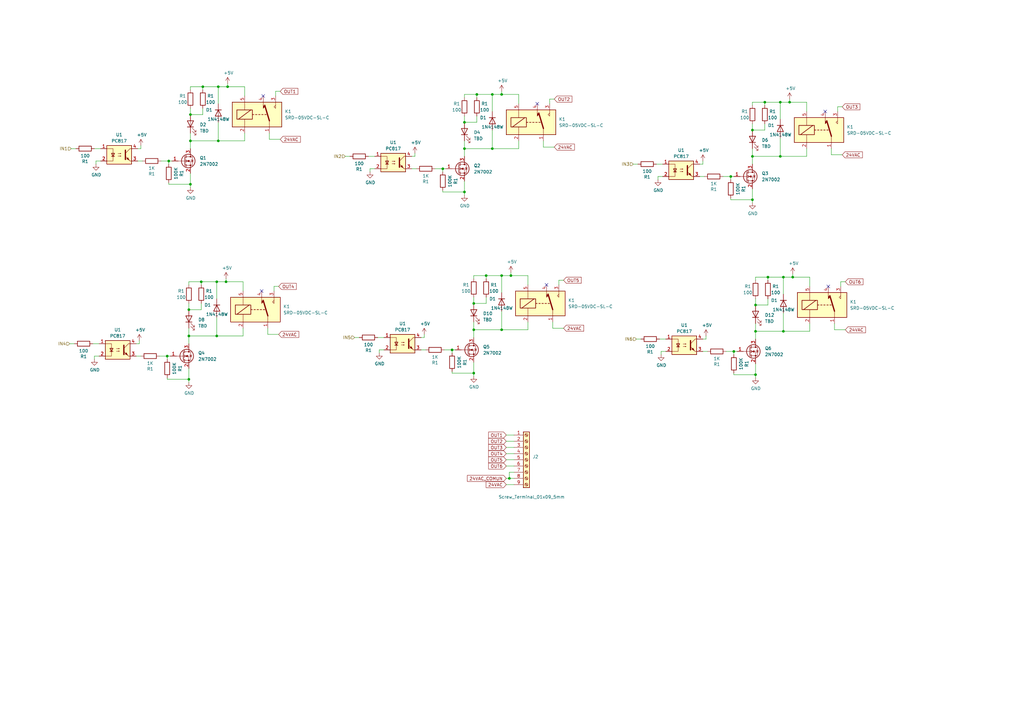
<source format=kicad_sch>
(kicad_sch (version 20230121) (generator eeschema)
  (paper "A3")
  (junction (at 190.5 60.96))
  (junction (at 77.47 127))
  (junction (at 77.47 137.795))
  (junction (at 323.85 41.91))
  (junction (at 299.72 72.39))
  (junction (at 314.96 113.665))
  (junction (at 194.31 135.255))
  (junction (at 181.61 69.215))
  (junction (at 320.04 64.135))
  (junction (at 88.9 137.795))
  (junction (at 320.04 41.91))
  (junction (at 201.93 60.96))
  (junction (at 309.88 125.095))
  (junction (at 78.105 75.565))
  (junction (at 209.55 113.03))
  (junction (at 92.71 115.57))
  (junction (at 88.9 115.57))
  (junction (at 321.31 113.665))
  (junction (at 89.535 35.56))
  (junction (at 83.185 35.56))
  (junction (at 300.99 144.145))
  (junction (at 309.88 153.67))
  (junction (at 78.105 46.99))
  (junction (at 208.915 196.215))
  (junction (at 68.58 146.05))
  (junction (at 308.61 53.34))
  (junction (at 205.74 135.255))
  (junction (at 308.61 64.135))
  (junction (at 309.88 135.89))
  (junction (at 325.12 113.665))
  (junction (at 93.345 35.56))
  (junction (at 69.215 66.04))
  (junction (at 321.31 135.89))
  (junction (at 190.5 50.165))
  (junction (at 205.74 113.03))
  (junction (at 205.74 38.735))
  (junction (at 308.61 81.915))
  (junction (at 195.58 38.735))
  (junction (at 194.31 153.035))
  (junction (at 190.5 78.74))
  (junction (at 201.93 38.735))
  (junction (at 194.31 124.46))
  (junction (at 78.105 57.785))
  (junction (at 185.42 143.51))
  (junction (at 77.47 155.575))
  (junction (at 82.55 115.57))
  (junction (at 89.535 57.785))
  (junction (at 313.69 41.91))
  (junction (at 199.39 113.03))
  (no_connect (at 107.95 39.37))
  (no_connect (at 220.345 42.545))
  (no_connect (at 339.725 117.475))
  (no_connect (at 224.155 116.84))
  (no_connect (at 338.455 45.72))
  (no_connect (at 107.315 119.38))
  (wire (pts (xy 297.815 144.145) (xy 300.99 144.145)))
  (wire (pts (xy 313.69 41.91) (xy 308.61 41.91)))
  (wire (pts (xy 93.345 34.29) (xy 93.345 35.56)))
  (wire (pts (xy 83.185 44.45) (xy 83.185 46.99)))
  (wire (pts (xy 207.645 178.435) (xy 210.82 178.435)))
  (wire (pts (xy 77.47 124.46) (xy 77.47 127)))
  (wire (pts (xy 323.85 41.91) (xy 330.835 41.91)))
  (wire (pts (xy 199.39 121.92) (xy 199.39 124.46)))
  (wire (pts (xy 342.265 135.255) (xy 346.71 135.255)))
  (wire (pts (xy 100.33 35.56) (xy 100.33 39.37)))
  (wire (pts (xy 195.58 38.735) (xy 195.58 40.005)))
  (wire (pts (xy 65.405 146.05) (xy 68.58 146.05)))
  (wire (pts (xy 28.575 140.97) (xy 30.48 140.97)))
  (wire (pts (xy 78.105 35.56) (xy 78.105 36.83)))
  (wire (pts (xy 195.58 47.625) (xy 195.58 50.165)))
  (wire (pts (xy 190.5 47.625) (xy 190.5 50.165)))
  (wire (pts (xy 56.515 66.04) (xy 58.42 66.04)))
  (wire (pts (xy 332.105 113.665) (xy 332.105 117.475)))
  (wire (pts (xy 207.645 183.515) (xy 210.82 183.515)))
  (wire (pts (xy 260.985 139.065) (xy 262.89 139.065)))
  (wire (pts (xy 314.96 113.665) (xy 309.88 113.665)))
  (wire (pts (xy 109.855 134.62) (xy 109.855 137.16)))
  (wire (pts (xy 141.605 64.135) (xy 143.51 64.135)))
  (wire (pts (xy 216.535 132.08) (xy 216.535 135.255)))
  (wire (pts (xy 29.21 60.96) (xy 31.115 60.96)))
  (wire (pts (xy 207.645 188.595) (xy 210.82 188.595)))
  (wire (pts (xy 229.235 114.935) (xy 231.14 114.935)))
  (wire (pts (xy 112.395 117.475) (xy 114.3 117.475)))
  (wire (pts (xy 340.995 63.5) (xy 345.44 63.5)))
  (wire (pts (xy 300.99 144.145) (xy 302.26 144.145)))
  (wire (pts (xy 77.47 155.575) (xy 77.47 156.845)))
  (wire (pts (xy 55.88 146.05) (xy 57.785 146.05)))
  (wire (pts (xy 320.04 64.135) (xy 320.04 56.515)))
  (wire (pts (xy 190.5 38.735) (xy 190.5 40.005)))
  (wire (pts (xy 212.725 38.735) (xy 212.725 42.545)))
  (wire (pts (xy 330.835 41.91) (xy 330.835 45.72)))
  (wire (pts (xy 314.96 125.095) (xy 309.88 125.095)))
  (wire (pts (xy 308.61 64.135) (xy 320.04 64.135)))
  (wire (pts (xy 269.875 72.39) (xy 269.875 73.66)))
  (wire (pts (xy 38.1 140.97) (xy 40.64 140.97)))
  (wire (pts (xy 321.31 135.89) (xy 321.31 128.27)))
  (wire (pts (xy 194.31 121.92) (xy 194.31 124.46)))
  (wire (pts (xy 77.47 115.57) (xy 77.47 116.84)))
  (wire (pts (xy 309.88 149.225) (xy 309.88 153.67)))
  (wire (pts (xy 93.345 35.56) (xy 100.33 35.56)))
  (wire (pts (xy 209.55 113.03) (xy 216.535 113.03)))
  (wire (pts (xy 288.29 144.145) (xy 290.195 144.145)))
  (wire (pts (xy 190.5 60.96) (xy 201.93 60.96)))
  (wire (pts (xy 195.58 50.165) (xy 190.5 50.165)))
  (wire (pts (xy 199.39 113.03) (xy 199.39 114.3)))
  (wire (pts (xy 57.15 140.97) (xy 57.15 139.7)))
  (wire (pts (xy 100.33 54.61) (xy 100.33 57.785)))
  (wire (pts (xy 83.185 46.99) (xy 78.105 46.99)))
  (wire (pts (xy 321.31 135.89) (xy 332.105 135.89)))
  (wire (pts (xy 77.47 137.795) (xy 77.47 140.97)))
  (wire (pts (xy 208.915 193.675) (xy 208.915 196.215)))
  (wire (pts (xy 41.275 66.04) (xy 39.37 66.04)))
  (wire (pts (xy 185.42 153.035) (xy 194.31 153.035)))
  (wire (pts (xy 78.105 54.61) (xy 78.105 57.785)))
  (wire (pts (xy 226.695 132.08) (xy 226.695 134.62)))
  (wire (pts (xy 145.415 138.43) (xy 147.32 138.43)))
  (wire (pts (xy 225.425 40.64) (xy 227.33 40.64)))
  (wire (pts (xy 288.29 139.065) (xy 289.56 139.065)))
  (wire (pts (xy 273.05 144.145) (xy 271.145 144.145)))
  (wire (pts (xy 313.69 41.91) (xy 313.69 43.18)))
  (wire (pts (xy 77.47 137.795) (xy 88.9 137.795)))
  (wire (pts (xy 222.885 60.325) (xy 227.33 60.325)))
  (wire (pts (xy 182.245 143.51) (xy 185.42 143.51)))
  (wire (pts (xy 82.55 127) (xy 77.47 127)))
  (wire (pts (xy 323.85 40.64) (xy 323.85 41.91)))
  (wire (pts (xy 57.785 60.96) (xy 57.785 59.69)))
  (wire (pts (xy 82.55 115.57) (xy 77.47 115.57)))
  (wire (pts (xy 205.74 37.465) (xy 205.74 38.735)))
  (wire (pts (xy 210.82 193.675) (xy 208.915 193.675)))
  (wire (pts (xy 309.88 132.715) (xy 309.88 135.89)))
  (wire (pts (xy 88.9 115.57) (xy 92.71 115.57)))
  (wire (pts (xy 201.93 38.735) (xy 195.58 38.735)))
  (wire (pts (xy 89.535 42.545) (xy 89.535 35.56)))
  (wire (pts (xy 222.885 57.785) (xy 222.885 60.325)))
  (wire (pts (xy 207.645 198.755) (xy 210.82 198.755)))
  (wire (pts (xy 170.18 64.135) (xy 170.18 62.865)))
  (wire (pts (xy 172.72 138.43) (xy 173.99 138.43)))
  (wire (pts (xy 320.04 41.91) (xy 313.69 41.91)))
  (wire (pts (xy 99.695 115.57) (xy 99.695 119.38)))
  (wire (pts (xy 88.9 115.57) (xy 82.55 115.57)))
  (wire (pts (xy 308.61 60.96) (xy 308.61 64.135)))
  (wire (pts (xy 68.58 146.05) (xy 69.85 146.05)))
  (wire (pts (xy 205.74 113.03) (xy 209.55 113.03)))
  (wire (pts (xy 299.72 81.915) (xy 308.61 81.915)))
  (wire (pts (xy 320.04 48.895) (xy 320.04 41.91)))
  (wire (pts (xy 201.93 60.96) (xy 212.725 60.96)))
  (wire (pts (xy 194.31 132.08) (xy 194.31 135.255)))
  (wire (pts (xy 195.58 38.735) (xy 190.5 38.735)))
  (wire (pts (xy 172.72 143.51) (xy 174.625 143.51)))
  (wire (pts (xy 300.99 145.415) (xy 300.99 144.145)))
  (wire (pts (xy 109.855 137.16) (xy 114.3 137.16)))
  (wire (pts (xy 181.61 78.74) (xy 190.5 78.74)))
  (wire (pts (xy 299.72 81.915) (xy 299.72 81.28)))
  (wire (pts (xy 207.645 186.055) (xy 210.82 186.055)))
  (wire (pts (xy 173.99 138.43) (xy 173.99 137.16)))
  (wire (pts (xy 205.74 113.03) (xy 199.39 113.03)))
  (wire (pts (xy 314.96 113.665) (xy 314.96 114.935)))
  (wire (pts (xy 287.02 72.39) (xy 288.925 72.39)))
  (wire (pts (xy 151.13 64.135) (xy 153.67 64.135)))
  (wire (pts (xy 151.765 69.215) (xy 151.765 70.485)))
  (wire (pts (xy 185.42 153.035) (xy 185.42 152.4)))
  (wire (pts (xy 308.61 41.91) (xy 308.61 43.18)))
  (wire (pts (xy 208.915 196.215) (xy 210.82 196.215)))
  (wire (pts (xy 309.88 122.555) (xy 309.88 125.095)))
  (wire (pts (xy 308.61 64.135) (xy 308.61 67.31)))
  (wire (pts (xy 190.5 60.96) (xy 190.5 64.135)))
  (wire (pts (xy 194.31 113.03) (xy 194.31 114.3)))
  (wire (pts (xy 344.805 115.57) (xy 346.71 115.57)))
  (wire (pts (xy 201.93 60.96) (xy 201.93 53.34)))
  (wire (pts (xy 89.535 35.56) (xy 83.185 35.56)))
  (wire (pts (xy 77.47 151.13) (xy 77.47 155.575)))
  (wire (pts (xy 344.805 117.475) (xy 344.805 115.57)))
  (wire (pts (xy 113.03 37.465) (xy 114.935 37.465)))
  (wire (pts (xy 185.42 143.51) (xy 186.69 143.51)))
  (wire (pts (xy 181.61 69.215) (xy 182.88 69.215)))
  (wire (pts (xy 68.58 155.575) (xy 77.47 155.575)))
  (wire (pts (xy 89.535 35.56) (xy 93.345 35.56)))
  (wire (pts (xy 181.61 70.485) (xy 181.61 69.215)))
  (wire (pts (xy 207.645 191.135) (xy 210.82 191.135)))
  (wire (pts (xy 205.74 135.255) (xy 216.535 135.255)))
  (wire (pts (xy 216.535 113.03) (xy 216.535 116.84)))
  (wire (pts (xy 168.91 69.215) (xy 170.815 69.215)))
  (wire (pts (xy 110.49 57.15) (xy 114.935 57.15)))
  (wire (pts (xy 205.74 135.255) (xy 205.74 127.635)))
  (wire (pts (xy 287.02 67.31) (xy 288.29 67.31)))
  (wire (pts (xy 299.72 72.39) (xy 300.99 72.39)))
  (wire (pts (xy 199.39 124.46) (xy 194.31 124.46)))
  (wire (pts (xy 320.04 64.135) (xy 330.835 64.135)))
  (wire (pts (xy 205.74 38.735) (xy 212.725 38.735)))
  (wire (pts (xy 155.575 143.51) (xy 155.575 144.78)))
  (wire (pts (xy 69.215 66.04) (xy 70.485 66.04)))
  (wire (pts (xy 69.215 75.565) (xy 78.105 75.565)))
  (wire (pts (xy 82.55 115.57) (xy 82.55 116.84)))
  (wire (pts (xy 309.88 113.665) (xy 309.88 114.935)))
  (wire (pts (xy 207.645 180.975) (xy 210.82 180.975)))
  (wire (pts (xy 38.735 146.05) (xy 38.735 147.32)))
  (wire (pts (xy 325.12 113.665) (xy 332.105 113.665)))
  (wire (pts (xy 69.215 75.565) (xy 69.215 74.93)))
  (wire (pts (xy 271.78 72.39) (xy 269.875 72.39)))
  (wire (pts (xy 296.545 72.39) (xy 299.72 72.39)))
  (wire (pts (xy 68.58 155.575) (xy 68.58 154.94)))
  (wire (pts (xy 157.48 143.51) (xy 155.575 143.51)))
  (wire (pts (xy 88.9 122.555) (xy 88.9 115.57)))
  (wire (pts (xy 207.645 196.215) (xy 208.915 196.215)))
  (wire (pts (xy 168.91 64.135) (xy 170.18 64.135)))
  (wire (pts (xy 38.735 60.96) (xy 41.275 60.96)))
  (wire (pts (xy 269.24 67.31) (xy 271.78 67.31)))
  (wire (pts (xy 194.31 148.59) (xy 194.31 153.035)))
  (wire (pts (xy 88.9 137.795) (xy 99.695 137.795)))
  (wire (pts (xy 185.42 144.78) (xy 185.42 143.51)))
  (wire (pts (xy 55.88 140.97) (xy 57.15 140.97)))
  (wire (pts (xy 66.04 66.04) (xy 69.215 66.04)))
  (wire (pts (xy 201.93 45.72) (xy 201.93 38.735)))
  (wire (pts (xy 299.72 73.66) (xy 299.72 72.39)))
  (wire (pts (xy 92.71 115.57) (xy 99.695 115.57)))
  (wire (pts (xy 309.88 153.67) (xy 309.88 154.94)))
  (wire (pts (xy 300.99 153.67) (xy 300.99 153.035)))
  (wire (pts (xy 77.47 134.62) (xy 77.47 137.795)))
  (wire (pts (xy 308.61 81.915) (xy 308.61 83.185)))
  (wire (pts (xy 225.425 42.545) (xy 225.425 40.64)))
  (wire (pts (xy 68.58 147.32) (xy 68.58 146.05)))
  (wire (pts (xy 194.31 135.255) (xy 194.31 138.43)))
  (wire (pts (xy 313.69 50.8) (xy 313.69 53.34)))
  (wire (pts (xy 212.725 57.785) (xy 212.725 60.96)))
  (wire (pts (xy 110.49 54.61) (xy 110.49 57.15)))
  (wire (pts (xy 88.9 137.795) (xy 88.9 130.175)))
  (wire (pts (xy 181.61 78.74) (xy 181.61 78.105)))
  (wire (pts (xy 78.105 44.45) (xy 78.105 46.99)))
  (wire (pts (xy 288.29 67.31) (xy 288.29 66.04)))
  (wire (pts (xy 320.04 41.91) (xy 323.85 41.91)))
  (wire (pts (xy 259.715 67.31) (xy 261.62 67.31)))
  (wire (pts (xy 270.51 139.065) (xy 273.05 139.065)))
  (wire (pts (xy 343.535 45.72) (xy 343.535 43.815)))
  (wire (pts (xy 99.695 134.62) (xy 99.695 137.795)))
  (wire (pts (xy 194.31 135.255) (xy 205.74 135.255)))
  (wire (pts (xy 83.185 35.56) (xy 83.185 36.83)))
  (wire (pts (xy 78.105 57.785) (xy 89.535 57.785)))
  (wire (pts (xy 82.55 124.46) (xy 82.55 127)))
  (wire (pts (xy 271.145 144.145) (xy 271.145 145.415)))
  (wire (pts (xy 83.185 35.56) (xy 78.105 35.56)))
  (wire (pts (xy 69.215 67.31) (xy 69.215 66.04)))
  (wire (pts (xy 321.31 113.665) (xy 325.12 113.665)))
  (wire (pts (xy 289.56 139.065) (xy 289.56 137.795)))
  (wire (pts (xy 332.105 132.715) (xy 332.105 135.89)))
  (wire (pts (xy 178.435 69.215) (xy 181.61 69.215)))
  (wire (pts (xy 153.67 69.215) (xy 151.765 69.215)))
  (wire (pts (xy 226.695 134.62) (xy 231.14 134.62)))
  (wire (pts (xy 89.535 57.785) (xy 89.535 50.165)))
  (wire (pts (xy 112.395 119.38) (xy 112.395 117.475)))
  (wire (pts (xy 201.93 38.735) (xy 205.74 38.735)))
  (wire (pts (xy 113.03 39.37) (xy 113.03 37.465)))
  (wire (pts (xy 209.55 111.76) (xy 209.55 113.03)))
  (wire (pts (xy 321.31 120.65) (xy 321.31 113.665)))
  (wire (pts (xy 194.31 153.035) (xy 194.31 154.305)))
  (wire (pts (xy 314.96 122.555) (xy 314.96 125.095)))
  (wire (pts (xy 330.835 60.96) (xy 330.835 64.135)))
  (wire (pts (xy 56.515 60.96) (xy 57.785 60.96)))
  (wire (pts (xy 78.105 57.785) (xy 78.105 60.96)))
  (wire (pts (xy 300.99 153.67) (xy 309.88 153.67)))
  (wire (pts (xy 199.39 113.03) (xy 194.31 113.03)))
  (wire (pts (xy 229.235 116.84) (xy 229.235 114.935)))
  (wire (pts (xy 343.535 43.815) (xy 345.44 43.815)))
  (wire (pts (xy 313.69 53.34) (xy 308.61 53.34)))
  (wire (pts (xy 39.37 66.04) (xy 39.37 67.31)))
  (wire (pts (xy 309.88 135.89) (xy 309.88 139.065)))
  (wire (pts (xy 190.5 57.785) (xy 190.5 60.96)))
  (wire (pts (xy 321.31 113.665) (xy 314.96 113.665)))
  (wire (pts (xy 190.5 74.295) (xy 190.5 78.74)))
  (wire (pts (xy 78.105 71.12) (xy 78.105 75.565)))
  (wire (pts (xy 92.71 114.3) (xy 92.71 115.57)))
  (wire (pts (xy 308.61 77.47) (xy 308.61 81.915)))
  (wire (pts (xy 308.61 50.8) (xy 308.61 53.34)))
  (wire (pts (xy 89.535 57.785) (xy 100.33 57.785)))
  (wire (pts (xy 205.74 120.015) (xy 205.74 113.03)))
  (wire (pts (xy 342.265 132.715) (xy 342.265 135.255)))
  (wire (pts (xy 309.88 135.89) (xy 321.31 135.89)))
  (wire (pts (xy 40.64 146.05) (xy 38.735 146.05)))
  (wire (pts (xy 325.12 112.395) (xy 325.12 113.665)))
  (wire (pts (xy 154.94 138.43) (xy 157.48 138.43)))
  (wire (pts (xy 190.5 78.74) (xy 190.5 80.01)))
  (wire (pts (xy 78.105 75.565) (xy 78.105 76.835)))
  (wire (pts (xy 340.995 60.96) (xy 340.995 63.5)))
  (global_label "24VAC" (shape input) (at 207.645 198.755 180) (property "Intersheetrefs" "${INTERSHEET_REFS}" (effects hide)))
  (global_label "OUT3" (shape input) (at 345.44 43.815 0) (property "Intersheetrefs" "${INTERSHEET_REFS}" (effects hide)))
  (global_label "24VAC" (shape input) (at 346.71 135.255 0) (property "Intersheetrefs" "${INTERSHEET_REFS}" (effects hide)))
  (global_label "OUT1" (shape input) (at 114.935 37.465 0) (property "Intersheetrefs" "${INTERSHEET_REFS}" (effects hide)))
  (global_label "OUT6" (shape input) (at 346.71 115.57 0) (property "Intersheetrefs" "${INTERSHEET_REFS}" (effects hide)))
  (global_label "24VAC" (shape input) (at 114.3 137.16 0) (property "Intersheetrefs" "${INTERSHEET_REFS}" (effects hide)))
  (global_label "OUT4" (shape input) (at 114.3 117.475 0) (property "Intersheetrefs" "${INTERSHEET_REFS}" (effects hide)))
  (global_label "OUT5" (shape input) (at 207.645 188.595 180) (property "Intersheetrefs" "${INTERSHEET_REFS}" (effects hide)))
  (global_label "OUT2" (shape input) (at 207.645 180.975 180) (property "Intersheetrefs" "${INTERSHEET_REFS}" (effects hide)))
  (global_label "OUT3" (shape input) (at 207.645 183.515 180) (property "Intersheetrefs" "${INTERSHEET_REFS}" (effects hide)))
  (global_label "24VAC" (shape input) (at 345.44 63.5 0) (property "Intersheetrefs" "${INTERSHEET_REFS}" (effects hide)))
  (global_label "24VAC_COMUN" (shape input) (at 207.645 196.215 180) (property "Intersheetrefs" "${INTERSHEET_REFS}" (effects hide)))
  (global_label "OUT2" (shape input) (at 227.33 40.64 0) (property "Intersheetrefs" "${INTERSHEET_REFS}" (effects hide)))
  (global_label "OUT6" (shape input) (at 207.645 191.135 180) (property "Intersheetrefs" "${INTERSHEET_REFS}" (effects hide)))
  (global_label "24VAC" (shape input) (at 114.935 57.15 0) (property "Intersheetrefs" "${INTERSHEET_REFS}" (effects hide)))
  (global_label "OUT4" (shape input) (at 207.645 186.055 180) (property "Intersheetrefs" "${INTERSHEET_REFS}" (effects hide)))
  (global_label "24VAC" (shape input) (at 231.14 134.62 0) (property "Intersheetrefs" "${INTERSHEET_REFS}" (effects hide)))
  (global_label "24VAC" (shape input) (at 227.33 60.325 0) (property "Intersheetrefs" "${INTERSHEET_REFS}" (effects hide)))
  (global_label "OUT1" (shape input) (at 207.645 178.435 180) (property "Intersheetrefs" "${INTERSHEET_REFS}" (effects hide)))
  (global_label "OUT5" (shape input) (at 231.14 114.935 0) (property "Intersheetrefs" "${INTERSHEET_REFS}" (effects hide)))
  (hierarchical_label "IN6" (shape input) (at 260.985 139.065 180))
  (hierarchical_label "IN5" (shape input) (at 145.415 138.43 180))
  (hierarchical_label "IN3" (shape input) (at 259.715 67.31 180))
  (hierarchical_label "IN2" (shape input) (at 141.605 64.135 180))
  (hierarchical_label "IN1" (shape input) (at 29.21 60.96 180))
  (hierarchical_label "IN4" (shape input) (at 28.575 140.97 180))
  (symbol (lib_id "Device:R") (at 308.61 46.99 0) (unit 1)
    (property "Reference" "R1" (at 305.435 45.72 0))
    (property "Value" "100" (at 305.435 48.26 0))
    (property "Footprint" "Resistor_SMD:R_0603_1608Metric" (effects hide))
    (property "MOUNTING_TECHNOLOGY" "SMD" (effects hide))
    (property "PACKAGE_TYPE" "0603" (effects hide))
    (property "Description" "RES 0 OHM JUMPER 1/10W 0603" (effects hide))
    (property "Manufacturer" "Stackpole Electronics Inc" (effects hide))
    (property "Mfg Part #" "RMCF0603ZT0R00" (effects hide))
    (instances (project "Nodo_Actuadores" (path "" (reference "R1") (unit 1)) (path "" (reference "R11") (unit 1))) (project "fuente" (path "" (reference "R124") (unit 1))))
  )
  (symbol (lib_id "power:GND") (at 308.61 83.185 0) (unit 1)
    (property "Reference" "#PWR05" (effects hide))
    (property "Value" "~" (at 308.737 87.5792 0))
    (instances (project "Nodo_Actuadores" (path "" (reference "#PWR05") (unit 1)) (path "" (reference "#PWR012") (unit 1))) (project "fuente" (path "" (reference "#PWR0123") (unit 1))))
  )
  (symbol (lib_id "Device:D") (at 205.74 123.825 270) (unit 1)
    (property "Reference" "D1" (at 200.66 122.555 90) (effects (justify left)))
    (property "Value" "1N4148W" (at 201.295 126.365 90) (effects (justify left)))
    (property "Footprint" "Diode_SMD:D_SOD-123" (effects hide))
    (property "Datasheet" "https://articulo.mercadolibre.com.ar/MLA-605300870-set-x-10-diodos-smd-1n4148w-bav16w-codigo-w1-t4-t6-a2-1n4148-_JM#position=6&search_layout=grid&type=item&tracking_id=11c61175-ee6e-4924-a715-e202d5289eef" (effects hide))
    (property "Sim.Device" "D" (effects hide))
    (property "Sim.Pins" "1=K 2=A" (effects hide))
    (instances (project "Nodo_Actuadores" (path "" (reference "D1") (unit 1)) (path "" (reference "D9") (unit 1))))
  )
  (symbol (lib_id "Transistor_FET:2N7002") (at 191.77 143.51 0) (unit 1)
    (property "Reference" "Q5" (at 198.12 142.24 0) (effects (justify left)))
    (property "Value" "2N7002" (at 198.12 144.78 0) (effects (justify left)))
    (property "Footprint" "Package_TO_SOT_SMD:SOT-23" (effects hide))
    (property "Datasheet" "https://www.onsemi.com/pub/Collateral/NDS7002A-D.PDF" (effects hide))
  )
  (symbol (lib_id "Transistor_FET:2N7002") (at 74.93 146.05 0) (unit 1)
    (property "Reference" "Q4" (at 81.28 144.78 0) (effects (justify left)))
    (property "Value" "2N7002" (at 81.28 147.32 0) (effects (justify left)))
    (property "Footprint" "Package_TO_SOT_SMD:SOT-23" (effects hide))
    (property "Datasheet" "https://www.onsemi.com/pub/Collateral/NDS7002A-D.PDF" (effects hide))
  )
  (symbol (lib_id "power:+5V") (at 57.785 59.69 0) (unit 1)
    (property "Reference" "#PWR04" (effects hide))
    (property "Value" "+5V" (at 58.166 55.2958 0))
    (instances (project "Nodo_Actuadores" (path "" (reference "#PWR04") (unit 1)) (path "" (reference "#PWR06") (unit 1))) (project "fuente" (path "" (reference "#PWR0121") (unit 1))))
  )
  (symbol (lib_id "power:+5V") (at 93.345 34.29 0) (unit 1)
    (property "Reference" "#PWR04" (effects hide))
    (property "Value" "+5V" (at 93.726 29.8958 0))
    (instances (project "Nodo_Actuadores" (path "" (reference "#PWR04") (unit 1)) (path "" (reference "#PWR04") (unit 1))) (project "fuente" (path "" (reference "#PWR0121") (unit 1))))
  )
  (symbol (lib_id "power:+5V") (at 170.18 62.865 0) (unit 1)
    (property "Reference" "#PWR04" (effects hide))
    (property "Value" "+5V" (at 170.561 58.4708 0))
    (instances (project "Nodo_Actuadores" (path "" (reference "#PWR04") (unit 1)) (path "" (reference "#PWR05") (unit 1))) (project "fuente" (path "" (reference "#PWR0121") (unit 1))))
  )
  (symbol (lib_id "power:+5V") (at 289.56 137.795 0) (unit 1)
    (property "Reference" "#PWR04" (effects hide))
    (property "Value" "+5V" (at 289.941 133.4008 0))
    (instances (project "Nodo_Actuadores" (path "" (reference "#PWR04") (unit 1)) (path "" (reference "#PWR022") (unit 1))) (project "fuente" (path "" (reference "#PWR0121") (unit 1))))
  )
  (symbol (lib_id "Device:R") (at 300.99 149.225 180) (unit 1)
    (property "Reference" "R1" (at 306.2478 149.225 90))
    (property "Value" "100K" (at 303.9364 149.225 90))
    (property "Footprint" "Resistor_SMD:R_0603_1608Metric" (effects hide))
    (property "MOUNTING_TECHNOLOGY" "SMD" (effects hide))
    (property "PACKAGE_TYPE" "0603" (effects hide))
    (property "Description" "RES 0 OHM JUMPER 1/10W 0603" (effects hide))
    (property "Manufacturer" "Stackpole Electronics Inc" (effects hide))
    (property "Mfg Part #" "RMCF0603ZT0R00" (effects hide))
    (instances (project "Nodo_Actuadores" (path "" (reference "R1") (unit 1)) (path "" (reference "R30") (unit 1))) (project "fuente" (path "" (reference "R124") (unit 1))))
  )
  (symbol (lib_id "Device:LED") (at 308.61 57.15 90) (unit 1)
    (property "Reference" "D6" (at 312.42 57.4675 90) (effects (justify right)))
    (property "Value" "TBD" (at 312.42 60.0075 90) (effects (justify right)))
    (property "Footprint" "LED_SMD:LED_0603_1608Metric_Pad1.05x0.95mm_HandSolder" (effects hide))
  )
  (symbol (lib_id "Device:R") (at 61.595 146.05 90) (unit 1)
    (property "Reference" "R1" (at 61.595 151.3078 90))
    (property "Value" "1K" (at 61.595 148.9964 90))
    (property "Footprint" "Resistor_SMD:R_0603_1608Metric" (effects hide))
    (property "MOUNTING_TECHNOLOGY" "SMD" (effects hide))
    (property "PACKAGE_TYPE" "0603" (effects hide))
    (property "Description" "RES 0 OHM JUMPER 1/10W 0603" (effects hide))
    (property "Manufacturer" "Stackpole Electronics Inc" (effects hide))
    (property "Mfg Part #" "RMCF0603ZT0R00" (effects hide))
    (instances (project "Nodo_Actuadores" (path "" (reference "R1") (unit 1)) (path "" (reference "R19") (unit 1))) (project "fuente" (path "" (reference "R124") (unit 1))))
  )
  (symbol (lib_id "Relay:SANYOU_SRD_Form_C") (at 104.775 127 0) (unit 1)
    (property "Reference" "K1" (at 116.205 125.73 0) (effects (justify left)))
    (property "Value" "SRD-05VDC-SL-C " (at 116.205 128.27 0) (effects (justify left)))
    (property "Footprint" "Relay_THT:Relay_SPDT_SANYOU_SRD_Series_Form_C" (effects hide))
    (property "Datasheet" "https://articulo.mercadolibre.com.ar/MLA-1372301239-10-unidades-relay-5v-10a-250v-srd-05vdc-sl-c-rele-srd05v-_JM#position=3&search_layout=grid&type=item&tracking_id=30e7feca-ff2d-4ffd-b478-2db97f58e77b" (effects hide))
    (instances (project "Nodo_Actuadores" (path "" (reference "K1") (unit 1)) (path "" (reference "K4") (unit 1))))
  )
  (symbol (lib_id "Device:R") (at 178.435 143.51 90) (unit 1)
    (property "Reference" "R1" (at 178.435 148.7678 90))
    (property "Value" "1K" (at 178.435 146.4564 90))
    (property "Footprint" "Resistor_SMD:R_0603_1608Metric" (effects hide))
    (property "MOUNTING_TECHNOLOGY" "SMD" (effects hide))
    (property "PACKAGE_TYPE" "0603" (effects hide))
    (property "Description" "RES 0 OHM JUMPER 1/10W 0603" (effects hide))
    (property "Manufacturer" "Stackpole Electronics Inc" (effects hide))
    (property "Mfg Part #" "RMCF0603ZT0R00" (effects hide))
    (instances (project "Nodo_Actuadores" (path "" (reference "R1") (unit 1)) (path "" (reference "R24") (unit 1))) (project "fuente" (path "" (reference "R124") (unit 1))))
  )
  (symbol (lib_id "Device:R") (at 294.005 144.145 90) (unit 1)
    (property "Reference" "R1" (at 294.005 149.4028 90))
    (property "Value" "1K" (at 294.005 147.0914 90))
    (property "Footprint" "Resistor_SMD:R_0603_1608Metric" (effects hide))
    (property "MOUNTING_TECHNOLOGY" "SMD" (effects hide))
    (property "PACKAGE_TYPE" "0603" (effects hide))
    (property "Description" "RES 0 OHM JUMPER 1/10W 0603" (effects hide))
    (property "Manufacturer" "Stackpole Electronics Inc" (effects hide))
    (property "Mfg Part #" "RMCF0603ZT0R00" (effects hide))
    (instances (project "Nodo_Actuadores" (path "" (reference "R1") (unit 1)) (path "" (reference "R29") (unit 1))) (project "fuente" (path "" (reference "R124") (unit 1))))
  )
  (symbol (lib_id "Transistor_FET:2N7002") (at 307.34 144.145 0) (unit 1)
    (property "Reference" "Q6" (at 313.69 142.875 0) (effects (justify left)))
    (property "Value" "2N7002" (at 313.69 145.415 0) (effects (justify left)))
    (property "Footprint" "Package_TO_SOT_SMD:SOT-23" (effects hide))
    (property "Datasheet" "https://www.onsemi.com/pub/Collateral/NDS7002A-D.PDF" (effects hide))
  )
  (symbol (lib_id "power:+5V") (at 92.71 114.3 0) (unit 1)
    (property "Reference" "#PWR04" (effects hide))
    (property "Value" "+5V" (at 93.091 109.9058 0))
    (instances (project "Nodo_Actuadores" (path "" (reference "#PWR04") (unit 1)) (path "" (reference "#PWR013") (unit 1))) (project "fuente" (path "" (reference "#PWR0121") (unit 1))))
  )
  (symbol (lib_id "Connector:Screw_Terminal_01x09") (at 215.9 188.595 0) (unit 1)
    (property "Reference" "J2" (at 218.44 187.325 0) (effects (justify left)))
    (property "Value" "Screw_Terminal_01x09_5mm" (at 204.47 203.835 0) (effects (justify left)))
    (property "Footprint" "TerminalBlock_Phoenix:TerminalBlock_Phoenix_MKDS-1,5-9_1x09_P5.00mm_Horizontal" (effects hide))
  )
  (symbol (lib_id "Relay:SANYOU_SRD_Form_C") (at 217.805 50.165 0) (unit 1)
    (property "Reference" "K1" (at 229.235 48.895 0) (effects (justify left)))
    (property "Value" "SRD-05VDC-SL-C " (at 229.235 51.435 0) (effects (justify left)))
    (property "Footprint" "Relay_THT:Relay_SPDT_SANYOU_SRD_Series_Form_C" (effects hide))
    (property "Datasheet" "https://articulo.mercadolibre.com.ar/MLA-1372301239-10-unidades-relay-5v-10a-250v-srd-05vdc-sl-c-rele-srd05v-_JM#position=3&search_layout=grid&type=item&tracking_id=30e7feca-ff2d-4ffd-b478-2db97f58e77b" (effects hide))
    (instances (project "Nodo_Actuadores" (path "" (reference "K1") (unit 1)) (path "" (reference "K2") (unit 1))))
  )
  (symbol (lib_id "Isolator:PC817") (at 165.1 140.97 0) (unit 1)
    (property "Reference" "U1" (at 165.1 132.715 0))
    (property "Value" "PC817" (at 165.1 135.255 0))
    (property "Footprint" "Package_DIP:DIP-4_W8.89mm_SMDSocket_LongPads" (effects hide))
    (property "Datasheet" "http://www.soselectronic.cz/a_info/resource/d/pc817.pdf" (effects hide))
    (instances (project "Nodo_Actuadores" (path "" (reference "U1") (unit 1)) (path "" (reference "U6") (unit 1))))
  )
  (symbol (lib_id "power:GND") (at 194.31 154.305 0) (unit 1)
    (property "Reference" "#PWR05" (effects hide))
    (property "Value" "~" (at 194.437 158.6992 0))
    (instances (project "Nodo_Actuadores" (path "" (reference "#PWR05") (unit 1)) (path "" (reference "#PWR020") (unit 1))) (project "fuente" (path "" (reference "#PWR0123") (unit 1))))
  )
  (symbol (lib_id "Device:R") (at 174.625 69.215 90) (unit 1)
    (property "Reference" "R1" (at 174.625 74.4728 90))
    (property "Value" "1K" (at 174.625 72.1614 90))
    (property "Footprint" "Resistor_SMD:R_0603_1608Metric" (effects hide))
    (property "MOUNTING_TECHNOLOGY" "SMD" (effects hide))
    (property "PACKAGE_TYPE" "0603" (effects hide))
    (property "Description" "RES 0 OHM JUMPER 1/10W 0603" (effects hide))
    (property "Manufacturer" "Stackpole Electronics Inc" (effects hide))
    (property "Mfg Part #" "RMCF0603ZT0R00" (effects hide))
    (instances (project "Nodo_Actuadores" (path "" (reference "R1") (unit 1)) (path "" (reference "R9") (unit 1))) (project "fuente" (path "" (reference "R124") (unit 1))))
  )
  (symbol (lib_id "Relay:SANYOU_SRD_Form_C") (at 337.185 125.095 0) (unit 1)
    (property "Reference" "K1" (at 348.615 123.825 0) (effects (justify left)))
    (property "Value" "SRD-05VDC-SL-C " (at 348.615 126.365 0) (effects (justify left)))
    (property "Footprint" "Relay_THT:Relay_SPDT_SANYOU_SRD_Series_Form_C" (effects hide))
    (property "Datasheet" "https://articulo.mercadolibre.com.ar/MLA-1372301239-10-unidades-relay-5v-10a-250v-srd-05vdc-sl-c-rele-srd05v-_JM#position=3&search_layout=grid&type=item&tracking_id=30e7feca-ff2d-4ffd-b478-2db97f58e77b" (effects hide))
    (instances (project "Nodo_Actuadores" (path "" (reference "K1") (unit 1)) (path "" (reference "K6") (unit 1))))
  )
  (symbol (lib_id "power:GND") (at 38.735 147.32 0) (unit 1)
    (property "Reference" "#PWR05" (effects hide))
    (property "Value" "~" (at 38.862 151.7142 0))
    (instances (project "Nodo_Actuadores" (path "" (reference "#PWR05") (unit 1)) (path "" (reference "#PWR015") (unit 1))) (project "fuente" (path "" (reference "#PWR0123") (unit 1))))
  )
  (symbol (lib_id "Device:D") (at 321.31 124.46 270) (unit 1)
    (property "Reference" "D1" (at 316.23 123.19 90) (effects (justify left)))
    (property "Value" "1N4148W" (at 316.865 127 90) (effects (justify left)))
    (property "Footprint" "Diode_SMD:D_SOD-123" (effects hide))
    (property "Datasheet" "https://articulo.mercadolibre.com.ar/MLA-605300870-set-x-10-diodos-smd-1n4148w-bav16w-codigo-w1-t4-t6-a2-1n4148-_JM#position=6&search_layout=grid&type=item&tracking_id=11c61175-ee6e-4924-a715-e202d5289eef" (effects hide))
    (property "Sim.Device" "D" (effects hide))
    (property "Sim.Pins" "1=K 2=A" (effects hide))
    (instances (project "Nodo_Actuadores" (path "" (reference "D1") (unit 1)) (path "" (reference "D11") (unit 1))))
  )
  (symbol (lib_id "power:GND") (at 151.765 70.485 0) (unit 1)
    (property "Reference" "#PWR05" (effects hide))
    (property "Value" "~" (at 151.892 74.8792 0))
    (instances (project "Nodo_Actuadores" (path "" (reference "#PWR05") (unit 1)) (path "" (reference "#PWR07") (unit 1))) (project "fuente" (path "" (reference "#PWR0123") (unit 1))))
  )
  (symbol (lib_id "Device:LED") (at 309.88 128.905 90) (unit 1)
    (property "Reference" "D12" (at 313.69 129.2225 90) (effects (justify right)))
    (property "Value" "TBD" (at 313.69 131.7625 90) (effects (justify right)))
    (property "Footprint" "LED_SMD:LED_0603_1608Metric_Pad1.05x0.95mm_HandSolder" (effects hide))
  )
  (symbol (lib_id "Device:LED") (at 190.5 53.975 90) (unit 1)
    (property "Reference" "D4" (at 194.31 54.2925 90) (effects (justify right)))
    (property "Value" "TBD" (at 194.31 56.8325 90) (effects (justify right)))
    (property "Footprint" "LED_SMD:LED_0603_1608Metric_Pad1.05x0.95mm_HandSolder" (effects hide))
  )
  (symbol (lib_id "Transistor_FET:2N7002") (at 306.07 72.39 0) (unit 1)
    (property "Reference" "Q3" (at 312.42 71.12 0) (effects (justify left)))
    (property "Value" "2N7002" (at 312.42 73.66 0) (effects (justify left)))
    (property "Footprint" "Package_TO_SOT_SMD:SOT-23" (effects hide))
    (property "Datasheet" "https://www.onsemi.com/pub/Collateral/NDS7002A-D.PDF" (effects hide))
  )
  (symbol (lib_id "Isolator:PC817") (at 161.29 66.675 0) (unit 1)
    (property "Reference" "U1" (at 161.29 58.42 0))
    (property "Value" "PC817" (at 161.29 60.96 0))
    (property "Footprint" "Package_DIP:DIP-4_W8.89mm_SMDSocket_LongPads" (effects hide))
    (property "Datasheet" "http://www.soselectronic.cz/a_info/resource/d/pc817.pdf" (effects hide))
    (instances (project "Nodo_Actuadores" (path "" (reference "U1") (unit 1)) (path "" (reference "U2") (unit 1))))
  )
  (symbol (lib_id "Device:R") (at 82.55 120.65 0) (unit 1)
    (property "Reference" "R1" (at 85.725 119.38 0))
    (property "Value" "100" (at 85.725 121.92 0))
    (property "Footprint" "Resistor_SMD:R_0603_1608Metric" (effects hide))
    (property "MOUNTING_TECHNOLOGY" "SMD" (effects hide))
    (property "PACKAGE_TYPE" "0603" (effects hide))
    (property "Description" "RES 0 OHM JUMPER 1/10W 0603" (effects hide))
    (property "Manufacturer" "Stackpole Electronics Inc" (effects hide))
    (property "Mfg Part #" "RMCF0603ZT0R00" (effects hide))
    (instances (project "Nodo_Actuadores" (path "" (reference "R1") (unit 1)) (path "" (reference "R17") (unit 1))) (project "fuente" (path "" (reference "R124") (unit 1))))
  )
  (symbol (lib_id "Isolator:PC817") (at 48.895 63.5 0) (unit 1)
    (property "Reference" "U1" (at 48.895 55.245 0))
    (property "Value" "PC817" (at 48.895 57.785 0))
    (property "Footprint" "Package_DIP:DIP-4_W8.89mm_SMDSocket_LongPads" (effects hide))
    (property "Datasheet" "http://www.soselectronic.cz/a_info/resource/d/pc817.pdf" (effects hide))
  )
  (symbol (lib_id "Device:R") (at 151.13 138.43 90) (unit 1)
    (property "Reference" "R1" (at 151.13 143.6878 90))
    (property "Value" "100" (at 151.13 141.3764 90))
    (property "Footprint" "Resistor_SMD:R_0603_1608Metric" (effects hide))
    (property "MOUNTING_TECHNOLOGY" "SMD" (effects hide))
    (property "PACKAGE_TYPE" "0603" (effects hide))
    (property "Description" "RES 0 OHM JUMPER 1/10W 0603" (effects hide))
    (property "Manufacturer" "Stackpole Electronics Inc" (effects hide))
    (property "Mfg Part #" "RMCF0603ZT0R00" (effects hide))
    (instances (project "Nodo_Actuadores" (path "" (reference "R1") (unit 1)) (path "" (reference "R23") (unit 1))) (project "fuente" (path "" (reference "R124") (unit 1))))
  )
  (symbol (lib_id "Device:LED") (at 77.47 130.81 90) (unit 1)
    (property "Reference" "D8" (at 81.28 131.1275 90) (effects (justify right)))
    (property "Value" "TBD" (at 81.28 133.6675 90) (effects (justify right)))
    (property "Footprint" "LED_SMD:LED_0603_1608Metric_Pad1.05x0.95mm_HandSolder" (effects hide))
  )
  (symbol (lib_id "Device:D") (at 89.535 46.355 270) (unit 1)
    (property "Reference" "D1" (at 84.455 45.085 90) (effects (justify left)))
    (property "Value" "1N4148W" (at 85.09 48.895 90) (effects (justify left)))
    (property "Footprint" "Diode_SMD:D_SOD-123" (effects hide))
    (property "Datasheet" "https://articulo.mercadolibre.com.ar/MLA-605300870-set-x-10-diodos-smd-1n4148w-bav16w-codigo-w1-t4-t6-a2-1n4148-_JM#position=6&search_layout=grid&type=item&tracking_id=11c61175-ee6e-4924-a715-e202d5289eef" (effects hide))
    (property "Sim.Device" "D" (effects hide))
    (property "Sim.Pins" "1=K 2=A" (effects hide))
  )
  (symbol (lib_id "Device:D") (at 88.9 126.365 270) (unit 1)
    (property "Reference" "D1" (at 83.82 125.095 90) (effects (justify left)))
    (property "Value" "1N4148W" (at 84.455 128.905 90) (effects (justify left)))
    (property "Footprint" "Diode_SMD:D_SOD-123" (effects hide))
    (property "Datasheet" "https://articulo.mercadolibre.com.ar/MLA-605300870-set-x-10-diodos-smd-1n4148w-bav16w-codigo-w1-t4-t6-a2-1n4148-_JM#position=6&search_layout=grid&type=item&tracking_id=11c61175-ee6e-4924-a715-e202d5289eef" (effects hide))
    (property "Sim.Device" "D" (effects hide))
    (property "Sim.Pins" "1=K 2=A" (effects hide))
    (instances (project "Nodo_Actuadores" (path "" (reference "D1") (unit 1)) (path "" (reference "D7") (unit 1))))
  )
  (symbol (lib_id "Isolator:PC817") (at 48.26 143.51 0) (unit 1)
    (property "Reference" "U1" (at 48.26 135.255 0))
    (property "Value" "PC817" (at 48.26 137.795 0))
    (property "Footprint" "Package_DIP:DIP-4_W8.89mm_SMDSocket_LongPads" (effects hide))
    (property "Datasheet" "http://www.soselectronic.cz/a_info/resource/d/pc817.pdf" (effects hide))
    (instances (project "Nodo_Actuadores" (path "" (reference "U1") (unit 1)) (path "" (reference "U5") (unit 1))))
  )
  (symbol (lib_id "Device:D") (at 201.93 49.53 270) (unit 1)
    (property "Reference" "D1" (at 196.85 48.26 90) (effects (justify left)))
    (property "Value" "1N4148W" (at 197.485 52.07 90) (effects (justify left)))
    (property "Footprint" "Diode_SMD:D_SOD-123" (effects hide))
    (property "Datasheet" "https://articulo.mercadolibre.com.ar/MLA-605300870-set-x-10-diodos-smd-1n4148w-bav16w-codigo-w1-t4-t6-a2-1n4148-_JM#position=6&search_layout=grid&type=item&tracking_id=11c61175-ee6e-4924-a715-e202d5289eef" (effects hide))
    (property "Sim.Device" "D" (effects hide))
    (property "Sim.Pins" "1=K 2=A" (effects hide))
    (instances (project "Nodo_Actuadores" (path "" (reference "D1") (unit 1)) (path "" (reference "D3") (unit 1))))
  )
  (symbol (lib_id "Device:R") (at 190.5 43.815 0) (unit 1)
    (property "Reference" "R1" (at 187.325 42.545 0))
    (property "Value" "100" (at 187.325 45.085 0))
    (property "Footprint" "Resistor_SMD:R_0603_1608Metric" (effects hide))
    (property "MOUNTING_TECHNOLOGY" "SMD" (effects hide))
    (property "PACKAGE_TYPE" "0603" (effects hide))
    (property "Description" "RES 0 OHM JUMPER 1/10W 0603" (effects hide))
    (property "Manufacturer" "Stackpole Electronics Inc" (effects hide))
    (property "Mfg Part #" "RMCF0603ZT0R00" (effects hide))
    (instances (project "Nodo_Actuadores" (path "" (reference "R1") (unit 1)) (path "" (reference "R6") (unit 1))) (project "fuente" (path "" (reference "R124") (unit 1))))
  )
  (symbol (lib_id "power:GND") (at 309.88 154.94 0) (unit 1)
    (property "Reference" "#PWR05" (effects hide))
    (property "Value" "~" (at 310.007 159.3342 0))
    (instances (project "Nodo_Actuadores" (path "" (reference "#PWR05") (unit 1)) (path "" (reference "#PWR024") (unit 1))) (project "fuente" (path "" (reference "#PWR0123") (unit 1))))
  )
  (symbol (lib_id "Device:LED") (at 78.105 50.8 90) (unit 1)
    (property "Reference" "D2" (at 81.915 51.1175 90) (effects (justify right)))
    (property "Value" "TBD" (at 81.915 53.6575 90) (effects (justify right)))
    (property "Footprint" "LED_SMD:LED_0603_1608Metric_Pad1.05x0.95mm_HandSolder" (effects hide))
  )
  (symbol (lib_id "power:GND") (at 271.145 145.415 0) (unit 1)
    (property "Reference" "#PWR05" (effects hide))
    (property "Value" "~" (at 271.272 149.8092 0))
    (instances (project "Nodo_Actuadores" (path "" (reference "#PWR05") (unit 1)) (path "" (reference "#PWR023") (unit 1))) (project "fuente" (path "" (reference "#PWR0123") (unit 1))))
  )
  (symbol (lib_id "Device:R") (at 69.215 71.12 180) (unit 1)
    (property "Reference" "R1" (at 74.4728 71.12 90))
    (property "Value" "100K" (at 72.1614 71.12 90))
    (property "Footprint" "Resistor_SMD:R_0603_1608Metric" (effects hide))
    (property "MOUNTING_TECHNOLOGY" "SMD" (effects hide))
    (property "PACKAGE_TYPE" "0603" (effects hide))
    (property "Description" "RES 0 OHM JUMPER 1/10W 0603" (effects hide))
    (property "Manufacturer" "Stackpole Electronics Inc" (effects hide))
    (property "Mfg Part #" "RMCF0603ZT0R00" (effects hide))
    (instances (project "Nodo_Actuadores" (path "" (reference "R1") (unit 1)) (path "" (reference "R3") (unit 1))) (project "fuente" (path "" (reference "R124") (unit 1))))
  )
  (symbol (lib_id "Device:R") (at 199.39 118.11 0) (unit 1)
    (property "Reference" "R1" (at 202.565 116.84 0))
    (property "Value" "100" (at 202.565 119.38 0))
    (property "Footprint" "Resistor_SMD:R_0603_1608Metric" (effects hide))
    (property "MOUNTING_TECHNOLOGY" "SMD" (effects hide))
    (property "PACKAGE_TYPE" "0603" (effects hide))
    (property "Description" "RES 0 OHM JUMPER 1/10W 0603" (effects hide))
    (property "Manufacturer" "Stackpole Electronics Inc" (effects hide))
    (property "Mfg Part #" "RMCF0603ZT0R00" (effects hide))
    (instances (project "Nodo_Actuadores" (path "" (reference "R1") (unit 1)) (path "" (reference "R22") (unit 1))) (project "fuente" (path "" (reference "R124") (unit 1))))
  )
  (symbol (lib_id "Isolator:PC817") (at 280.67 141.605 0) (unit 1)
    (property "Reference" "U1" (at 280.67 133.35 0))
    (property "Value" "PC817" (at 280.67 135.89 0))
    (property "Footprint" "Package_DIP:DIP-4_W8.89mm_SMDSocket_LongPads" (effects hide))
    (property "Datasheet" "http://www.soselectronic.cz/a_info/resource/d/pc817.pdf" (effects hide))
    (instances (project "Nodo_Actuadores" (path "" (reference "U1") (unit 1)) (path "" (reference "U7") (unit 1))))
  )
  (symbol (lib_id "Device:R") (at 299.72 77.47 180) (unit 1)
    (property "Reference" "R1" (at 304.9778 77.47 90))
    (property "Value" "100K" (at 302.6664 77.47 90))
    (property "Footprint" "Resistor_SMD:R_0603_1608Metric" (effects hide))
    (property "MOUNTING_TECHNOLOGY" "SMD" (effects hide))
    (property "PACKAGE_TYPE" "0603" (effects hide))
    (property "Description" "RES 0 OHM JUMPER 1/10W 0603" (effects hide))
    (property "Manufacturer" "Stackpole Electronics Inc" (effects hide))
    (property "Mfg Part #" "RMCF0603ZT0R00" (effects hide))
    (instances (project "Nodo_Actuadores" (path "" (reference "R1") (unit 1)) (path "" (reference "R15") (unit 1))) (project "fuente" (path "" (reference "R124") (unit 1))))
  )
  (symbol (lib_id "Device:R") (at 265.43 67.31 90) (unit 1)
    (property "Reference" "R1" (at 265.43 72.5678 90))
    (property "Value" "100" (at 265.43 70.2564 90))
    (property "Footprint" "Resistor_SMD:R_0603_1608Metric" (effects hide))
    (property "MOUNTING_TECHNOLOGY" "SMD" (effects hide))
    (property "PACKAGE_TYPE" "0603" (effects hide))
    (property "Description" "RES 0 OHM JUMPER 1/10W 0603" (effects hide))
    (property "Manufacturer" "Stackpole Electronics Inc" (effects hide))
    (property "Mfg Part #" "RMCF0603ZT0R00" (effects hide))
    (instances (project "Nodo_Actuadores" (path "" (reference "R1") (unit 1)) (path "" (reference "R13") (unit 1))) (project "fuente" (path "" (reference "R124") (unit 1))))
  )
  (symbol (lib_id "power:+5V") (at 323.85 40.64 0) (unit 1)
    (property "Reference" "#PWR04" (effects hide))
    (property "Value" "+5V" (at 324.231 36.2458 0))
    (instances (project "Nodo_Actuadores" (path "" (reference "#PWR04") (unit 1)) (path "" (reference "#PWR09") (unit 1))) (project "fuente" (path "" (reference "#PWR0121") (unit 1))))
  )
  (symbol (lib_id "Device:R") (at 34.925 60.96 90) (unit 1)
    (property "Reference" "R1" (at 34.925 66.2178 90))
    (property "Value" "100" (at 34.925 63.9064 90))
    (property "Footprint" "Resistor_SMD:R_0603_1608Metric" (effects hide))
    (property "MOUNTING_TECHNOLOGY" "SMD" (effects hide))
    (property "PACKAGE_TYPE" "0603" (effects hide))
    (property "Description" "RES 0 OHM JUMPER 1/10W 0603" (effects hide))
    (property "Manufacturer" "Stackpole Electronics Inc" (effects hide))
    (property "Mfg Part #" "RMCF0603ZT0R00" (effects hide))
    (instances (project "Nodo_Actuadores" (path "" (reference "R1") (unit 1)) (path "" (reference "R4") (unit 1))) (project "fuente" (path "" (reference "R124") (unit 1))))
  )
  (symbol (lib_id "power:GND") (at 77.47 156.845 0) (unit 1)
    (property "Reference" "#PWR05" (effects hide))
    (property "Value" "~" (at 77.597 161.2392 0))
    (instances (project "Nodo_Actuadores" (path "" (reference "#PWR05") (unit 1)) (path "" (reference "#PWR016") (unit 1))) (project "fuente" (path "" (reference "#PWR0123") (unit 1))))
  )
  (symbol (lib_id "power:GND") (at 269.875 73.66 0) (unit 1)
    (property "Reference" "#PWR05" (effects hide))
    (property "Value" "~" (at 270.002 78.0542 0))
    (instances (project "Nodo_Actuadores" (path "" (reference "#PWR05") (unit 1)) (path "" (reference "#PWR011") (unit 1))) (project "fuente" (path "" (reference "#PWR0123") (unit 1))))
  )
  (symbol (lib_id "power:+5V") (at 288.29 66.04 0) (unit 1)
    (property "Reference" "#PWR04" (effects hide))
    (property "Value" "+5V" (at 288.671 61.6458 0))
    (instances (project "Nodo_Actuadores" (path "" (reference "#PWR04") (unit 1)) (path "" (reference "#PWR010") (unit 1))) (project "fuente" (path "" (reference "#PWR0121") (unit 1))))
  )
  (symbol (lib_id "Device:R") (at 313.69 46.99 0) (unit 1)
    (property "Reference" "R1" (at 316.865 45.72 0))
    (property "Value" "100" (at 316.865 48.26 0))
    (property "Footprint" "Resistor_SMD:R_0603_1608Metric" (effects hide))
    (property "MOUNTING_TECHNOLOGY" "SMD" (effects hide))
    (property "PACKAGE_TYPE" "0603" (effects hide))
    (property "Description" "RES 0 OHM JUMPER 1/10W 0603" (effects hide))
    (property "Manufacturer" "Stackpole Electronics Inc" (effects hide))
    (property "Mfg Part #" "RMCF0603ZT0R00" (effects hide))
    (instances (project "Nodo_Actuadores" (path "" (reference "R1") (unit 1)) (path "" (reference "R12") (unit 1))) (project "fuente" (path "" (reference "R124") (unit 1))))
  )
  (symbol (lib_id "power:GND") (at 155.575 144.78 0) (unit 1)
    (property "Reference" "#PWR05" (effects hide))
    (property "Value" "~" (at 155.702 149.1742 0))
    (instances (project "Nodo_Actuadores" (path "" (reference "#PWR05") (unit 1)) (path "" (reference "#PWR019") (unit 1))) (project "fuente" (path "" (reference "#PWR0123") (unit 1))))
  )
  (symbol (lib_id "Isolator:PC817") (at 279.4 69.85 0) (unit 1)
    (property "Reference" "U1" (at 279.4 61.595 0))
    (property "Value" "PC817" (at 279.4 64.135 0))
    (property "Footprint" "Package_DIP:DIP-4_W8.89mm_SMDSocket_LongPads" (effects hide))
    (property "Datasheet" "http://www.soselectronic.cz/a_info/resource/d/pc817.pdf" (effects hide))
    (instances (project "Nodo_Actuadores" (path "" (reference "U1") (unit 1)) (path "" (reference "U4") (unit 1))))
  )
  (symbol (lib_id "power:GND") (at 78.105 76.835 0) (unit 1)
    (property "Reference" "#PWR05" (effects hide))
    (property "Value" "~" (at 78.232 81.2292 0))
    (instances (project "Nodo_Actuadores" (path "" (reference "#PWR05") (unit 1)) (path "" (reference "#PWR02") (unit 1))) (project "fuente" (path "" (reference "#PWR0123") (unit 1))))
  )
  (symbol (lib_id "power:GND") (at 39.37 67.31 0) (unit 1)
    (property "Reference" "#PWR05" (effects hide))
    (property "Value" "~" (at 39.497 71.7042 0))
    (instances (project "Nodo_Actuadores" (path "" (reference "#PWR05") (unit 1)) (path "" (reference "#PWR01") (unit 1))) (project "fuente" (path "" (reference "#PWR0123") (unit 1))))
  )
  (symbol (lib_id "power:+5V") (at 57.15 139.7 0) (unit 1)
    (property "Reference" "#PWR04" (effects hide))
    (property "Value" "+5V" (at 57.531 135.3058 0))
    (instances (project "Nodo_Actuadores" (path "" (reference "#PWR04") (unit 1)) (path "" (reference "#PWR014") (unit 1))) (project "fuente" (path "" (reference "#PWR0121") (unit 1))))
  )
  (symbol (lib_id "Transistor_FET:2N7002") (at 75.565 66.04 0) (unit 1)
    (property "Reference" "Q1" (at 81.915 64.77 0) (effects (justify left)))
    (property "Value" "2N7002" (at 81.915 67.31 0) (effects (justify left)))
    (property "Footprint" "Package_TO_SOT_SMD:SOT-23" (effects hide))
    (property "Datasheet" "https://www.onsemi.com/pub/Collateral/NDS7002A-D.PDF" (effects hide))
  )
  (symbol (lib_id "Relay:SANYOU_SRD_Form_C") (at 105.41 46.99 0) (unit 1)
    (property "Reference" "K1" (at 116.84 45.72 0) (effects (justify left)))
    (property "Value" "SRD-05VDC-SL-C " (at 116.84 48.26 0) (effects (justify left)))
    (property "Footprint" "Relay_THT:Relay_SPDT_SANYOU_SRD_Series_Form_C" (effects hide))
    (property "Datasheet" "https://articulo.mercadolibre.com.ar/MLA-1372301239-10-unidades-relay-5v-10a-250v-srd-05vdc-sl-c-rele-srd05v-_JM#position=3&search_layout=grid&type=item&tracking_id=30e7feca-ff2d-4ffd-b478-2db97f58e77b" (effects hide))
  )
  (symbol (lib_id "power:+5V") (at 325.12 112.395 0) (unit 1)
    (property "Reference" "#PWR04" (effects hide))
    (property "Value" "+5V" (at 325.501 108.0008 0))
    (instances (project "Nodo_Actuadores" (path "" (reference "#PWR04") (unit 1)) (path "" (reference "#PWR021") (unit 1))) (project "fuente" (path "" (reference "#PWR0121") (unit 1))))
  )
  (symbol (lib_id "Transistor_FET:2N7002") (at 187.96 69.215 0) (unit 1)
    (property "Reference" "Q2" (at 194.31 67.945 0) (effects (justify left)))
    (property "Value" "2N7002" (at 194.31 70.485 0) (effects (justify left)))
    (property "Footprint" "Package_TO_SOT_SMD:SOT-23" (effects hide))
    (property "Datasheet" "https://www.onsemi.com/pub/Collateral/NDS7002A-D.PDF" (effects hide))
  )
  (symbol (lib_id "Device:R") (at 78.105 40.64 0) (unit 1)
    (property "Reference" "R1" (at 74.93 39.37 0))
    (property "Value" "100" (at 74.93 41.91 0))
    (property "Footprint" "Resistor_SMD:R_0603_1608Metric" (effects hide))
    (property "MOUNTING_TECHNOLOGY" "SMD" (effects hide))
    (property "PACKAGE_TYPE" "0603" (effects hide))
    (property "Description" "RES 0 OHM JUMPER 1/10W 0603" (effects hide))
    (property "Manufacturer" "Stackpole Electronics Inc" (effects hide))
    (property "Mfg Part #" "RMCF0603ZT0R00" (effects hide))
    (instances (project "Nodo_Actuadores" (path "" (reference "R1") (unit 1)) (path "" (reference "R2") (unit 1))) (project "fuente" (path "" (reference "R124") (unit 1))))
  )
  (symbol (lib_id "Device:R") (at 147.32 64.135 90) (unit 1)
    (property "Reference" "R1" (at 147.32 69.3928 90))
    (property "Value" "100" (at 147.32 67.0814 90))
    (property "Footprint" "Resistor_SMD:R_0603_1608Metric" (effects hide))
    (property "MOUNTING_TECHNOLOGY" "SMD" (effects hide))
    (property "PACKAGE_TYPE" "0603" (effects hide))
    (property "Description" "RES 0 OHM JUMPER 1/10W 0603" (effects hide))
    (property "Manufacturer" "Stackpole Electronics Inc" (effects hide))
    (property "Mfg Part #" "RMCF0603ZT0R00" (effects hide))
    (instances (project "Nodo_Actuadores" (path "" (reference "R1") (unit 1)) (path "" (reference "R8") (unit 1))) (project "fuente" (path "" (reference "R124") (unit 1))))
  )
  (symbol (lib_id "Device:R") (at 195.58 43.815 0) (unit 1)
    (property "Reference" "R1" (at 198.755 42.545 0))
    (property "Value" "100" (at 198.755 45.085 0))
    (property "Footprint" "Resistor_SMD:R_0603_1608Metric" (effects hide))
    (property "MOUNTING_TECHNOLOGY" "SMD" (effects hide))
    (property "PACKAGE_TYPE" "0603" (effects hide))
    (property "Description" "RES 0 OHM JUMPER 1/10W 0603" (effects hide))
    (property "Manufacturer" "Stackpole Electronics Inc" (effects hide))
    (property "Mfg Part #" "RMCF0603ZT0R00" (effects hide))
    (instances (project "Nodo_Actuadores" (path "" (reference "R1") (unit 1)) (path "" (reference "R7") (unit 1))) (project "fuente" (path "" (reference "R124") (unit 1))))
  )
  (symbol (lib_id "Device:R") (at 314.96 118.745 0) (unit 1)
    (property "Reference" "R1" (at 318.135 117.475 0))
    (property "Value" "100" (at 318.135 120.015 0))
    (property "Footprint" "Resistor_SMD:R_0603_1608Metric" (effects hide))
    (property "MOUNTING_TECHNOLOGY" "SMD" (effects hide))
    (property "PACKAGE_TYPE" "0603" (effects hide))
    (property "Description" "RES 0 OHM JUMPER 1/10W 0603" (effects hide))
    (property "Manufacturer" "Stackpole Electronics Inc" (effects hide))
    (property "Mfg Part #" "RMCF0603ZT0R00" (effects hide))
    (instances (project "Nodo_Actuadores" (path "" (reference "R1") (unit 1)) (path "" (reference "R27") (unit 1))) (project "fuente" (path "" (reference "R124") (unit 1))))
  )
  (symbol (lib_id "Device:LED") (at 194.31 128.27 90) (unit 1)
    (property "Reference" "D10" (at 198.12 128.5875 90) (effects (justify right)))
    (property "Value" "TBD" (at 198.12 131.1275 90) (effects (justify right)))
    (property "Footprint" "LED_SMD:LED_0603_1608Metric_Pad1.05x0.95mm_HandSolder" (effects hide))
  )
  (symbol (lib_id "Device:R") (at 185.42 148.59 180) (unit 1)
    (property "Reference" "R1" (at 190.6778 148.59 90))
    (property "Value" "100K" (at 188.3664 148.59 90))
    (property "Footprint" "Resistor_SMD:R_0603_1608Metric" (effects hide))
    (property "MOUNTING_TECHNOLOGY" "SMD" (effects hide))
    (property "PACKAGE_TYPE" "0603" (effects hide))
    (property "Description" "RES 0 OHM JUMPER 1/10W 0603" (effects hide))
    (property "Manufacturer" "Stackpole Electronics Inc" (effects hide))
    (property "Mfg Part #" "RMCF0603ZT0R00" (effects hide))
    (instances (project "Nodo_Actuadores" (path "" (reference "R1") (unit 1)) (path "" (reference "R25") (unit 1))) (project "fuente" (path "" (reference "R124") (unit 1))))
  )
  (symbol (lib_id "Device:R") (at 62.23 66.04 90) (unit 1)
    (property "Reference" "R1" (at 62.23 71.2978 90))
    (property "Value" "1K" (at 62.23 68.9864 90))
    (property "Footprint" "Resistor_SMD:R_0603_1608Metric" (effects hide))
    (property "MOUNTING_TECHNOLOGY" "SMD" (effects hide))
    (property "PACKAGE_TYPE" "0603" (effects hide))
    (property "Description" "RES 0 OHM JUMPER 1/10W 0603" (effects hide))
    (property "Manufacturer" "Stackpole Electronics Inc" (effects hide))
    (property "Mfg Part #" "RMCF0603ZT0R00" (effects hide))
    (instances (project "Nodo_Actuadores" (path "" (reference "R1") (unit 1)) (path "" (reference "R1") (unit 1))) (project "fuente" (path "" (reference "R124") (unit 1))))
  )
  (symbol (lib_id "Device:R") (at 83.185 40.64 0) (unit 1)
    (property "Reference" "R1" (at 86.36 39.37 0))
    (property "Value" "100" (at 86.36 41.91 0))
    (property "Footprint" "Resistor_SMD:R_0603_1608Metric" (effects hide))
    (property "MOUNTING_TECHNOLOGY" "SMD" (effects hide))
    (property "PACKAGE_TYPE" "0603" (effects hide))
    (property "Description" "RES 0 OHM JUMPER 1/10W 0603" (effects hide))
    (property "Manufacturer" "Stackpole Electronics Inc" (effects hide))
    (property "Mfg Part #" "RMCF0603ZT0R00" (effects hide))
    (instances (project "Nodo_Actuadores" (path "" (reference "R1") (unit 1)) (path "" (reference "R5") (unit 1))) (project "fuente" (path "" (reference "R124") (unit 1))))
  )
  (symbol (lib_id "Device:R") (at 194.31 118.11 0) (unit 1)
    (property "Reference" "R1" (at 191.135 116.84 0))
    (property "Value" "100" (at 191.135 119.38 0))
    (property "Footprint" "Resistor_SMD:R_0603_1608Metric" (effects hide))
    (property "MOUNTING_TECHNOLOGY" "SMD" (effects hide))
    (property "PACKAGE_TYPE" "0603" (effects hide))
    (property "Description" "RES 0 OHM JUMPER 1/10W 0603" (effects hide))
    (property "Manufacturer" "Stackpole Electronics Inc" (effects hide))
    (property "Mfg Part #" "RMCF0603ZT0R00" (effects hide))
    (instances (project "Nodo_Actuadores" (path "" (reference "R1") (unit 1)) (path "" (reference "R21") (unit 1))) (project "fuente" (path "" (reference "R124") (unit 1))))
  )
  (symbol (lib_id "Device:R") (at 68.58 151.13 180) (unit 1)
    (property "Reference" "R1" (at 73.8378 151.13 90))
    (property "Value" "100K" (at 71.5264 151.13 90))
    (property "Footprint" "Resistor_SMD:R_0603_1608Metric" (effects hide))
    (property "MOUNTING_TECHNOLOGY" "SMD" (effects hide))
    (property "PACKAGE_TYPE" "0603" (effects hide))
    (property "Description" "RES 0 OHM JUMPER 1/10W 0603" (effects hide))
    (property "Manufacturer" "Stackpole Electronics Inc" (effects hide))
    (property "Mfg Part #" "RMCF0603ZT0R00" (effects hide))
    (instances (project "Nodo_Actuadores" (path "" (reference "R1") (unit 1)) (path "" (reference "R20") (unit 1))) (project "fuente" (path "" (reference "R124") (unit 1))))
  )
  (symbol (lib_id "Device:R") (at 77.47 120.65 0) (unit 1)
    (property "Reference" "R1" (at 74.295 119.38 0))
    (property "Value" "100" (at 74.295 121.92 0))
    (property "Footprint" "Resistor_SMD:R_0603_1608Metric" (effects hide))
    (property "MOUNTING_TECHNOLOGY" "SMD" (effects hide))
    (property "PACKAGE_TYPE" "0603" (effects hide))
    (property "Description" "RES 0 OHM JUMPER 1/10W 0603" (effects hide))
    (property "Manufacturer" "Stackpole Electronics Inc" (effects hide))
    (property "Mfg Part #" "RMCF0603ZT0R00" (effects hide))
    (instances (project "Nodo_Actuadores" (path "" (reference "R1") (unit 1)) (path "" (reference "R16") (unit 1))) (project "fuente" (path "" (reference "R124") (unit 1))))
  )
  (symbol (lib_id "Device:D") (at 320.04 52.705 270) (unit 1)
    (property "Reference" "D1" (at 314.96 51.435 90) (effects (justify left)))
    (property "Value" "1N4148W" (at 315.595 55.245 90) (effects (justify left)))
    (property "Footprint" "Diode_SMD:D_SOD-123" (effects hide))
    (property "Datasheet" "https://articulo.mercadolibre.com.ar/MLA-605300870-set-x-10-diodos-smd-1n4148w-bav16w-codigo-w1-t4-t6-a2-1n4148-_JM#position=6&search_layout=grid&type=item&tracking_id=11c61175-ee6e-4924-a715-e202d5289eef" (effects hide))
    (property "Sim.Device" "D" (effects hide))
    (property "Sim.Pins" "1=K 2=A" (effects hide))
    (instances (project "Nodo_Actuadores" (path "" (reference "D1") (unit 1)) (path "" (reference "D5") (unit 1))))
  )
  (symbol (lib_id "Device:R") (at 292.735 72.39 90) (unit 1)
    (property "Reference" "R1" (at 292.735 77.6478 90))
    (property "Value" "1K" (at 292.735 75.3364 90))
    (property "Footprint" "Resistor_SMD:R_0603_1608Metric" (effects hide))
    (property "MOUNTING_TECHNOLOGY" "SMD" (effects hide))
    (property "PACKAGE_TYPE" "0603" (effects hide))
    (property "Description" "RES 0 OHM JUMPER 1/10W 0603" (effects hide))
    (property "Manufacturer" "Stackpole Electronics Inc" (effects hide))
    (property "Mfg Part #" "RMCF0603ZT0R00" (effects hide))
    (instances (project "Nodo_Actuadores" (path "" (reference "R1") (unit 1)) (path "" (reference "R14") (unit 1))) (project "fuente" (path "" (reference "R124") (unit 1))))
  )
  (symbol (lib_id "power:GND") (at 190.5 80.01 0) (unit 1)
    (property "Reference" "#PWR05" (effects hide))
    (property "Value" "~" (at 190.627 84.4042 0))
    (instances (project "Nodo_Actuadores" (path "" (reference "#PWR05") (unit 1)) (path "" (reference "#PWR08") (unit 1))) (project "fuente" (path "" (reference "#PWR0123") (unit 1))))
  )
  (symbol (lib_id "power:+5V") (at 209.55 111.76 0) (unit 1)
    (property "Reference" "#PWR04" (effects hide))
    (property "Value" "+5V" (at 209.931 107.3658 0))
    (instances (project "Nodo_Actuadores" (path "" (reference "#PWR04") (unit 1)) (path "" (reference "#PWR017") (unit 1))) (project "fuente" (path "" (reference "#PWR0121") (unit 1))))
  )
  (symbol (lib_id "Device:R") (at 266.7 139.065 90) (unit 1)
    (property "Reference" "R1" (at 266.7 144.3228 90))
    (property "Value" "100" (at 266.7 142.0114 90))
    (property "Footprint" "Resistor_SMD:R_0603_1608Metric" (effects hide))
    (property "MOUNTING_TECHNOLOGY" "SMD" (effects hide))
    (property "PACKAGE_TYPE" "0603" (effects hide))
    (property "Description" "RES 0 OHM JUMPER 1/10W 0603" (effects hide))
    (property "Manufacturer" "Stackpole Electronics Inc" (effects hide))
    (property "Mfg Part #" "RMCF0603ZT0R00" (effects hide))
    (instances (project "Nodo_Actuadores" (path "" (reference "R1") (unit 1)) (path "" (reference "R28") (unit 1))) (project "fuente" (path "" (reference "R124") (unit 1))))
  )
  (symbol (lib_id "power:+5V") (at 205.74 37.465 0) (unit 1)
    (property "Reference" "#PWR04" (effects hide))
    (property "Value" "+5V" (at 206.121 33.0708 0))
    (instances (project "Nodo_Actuadores" (path "" (reference "#PWR04") (unit 1)) (path "" (reference "#PWR03") (unit 1))) (project "fuente" (path "" (reference "#PWR0121") (unit 1))))
  )
  (symbol (lib_id "Relay:SANYOU_SRD_Form_C") (at 221.615 124.46 0) (unit 1)
    (property "Reference" "K1" (at 233.045 123.19 0) (effects (justify left)))
    (property "Value" "SRD-05VDC-SL-C " (at 233.045 125.73 0) (effects (justify left)))
    (property "Footprint" "Relay_THT:Relay_SPDT_SANYOU_SRD_Series_Form_C" (effects hide))
    (property "Datasheet" "https://articulo.mercadolibre.com.ar/MLA-1372301239-10-unidades-relay-5v-10a-250v-srd-05vdc-sl-c-rele-srd05v-_JM#position=3&search_layout=grid&type=item&tracking_id=30e7feca-ff2d-4ffd-b478-2db97f58e77b" (effects hide))
    (instances (project "Nodo_Actuadores" (path "" (reference "K1") (unit 1)) (path "" (reference "K5") (unit 1))))
  )
  (symbol (lib_id "Device:R") (at 34.29 140.97 90) (unit 1)
    (property "Reference" "R1" (at 34.29 146.2278 90))
    (property "Value" "100" (at 34.29 143.9164 90))
    (property "Footprint" "Resistor_SMD:R_0603_1608Metric" (effects hide))
    (property "MOUNTING_TECHNOLOGY" "SMD" (effects hide))
    (property "PACKAGE_TYPE" "0603" (effects hide))
    (property "Description" "RES 0 OHM JUMPER 1/10W 0603" (effects hide))
    (property "Manufacturer" "Stackpole Electronics Inc" (effects hide))
    (property "Mfg Part #" "RMCF0603ZT0R00" (effects hide))
    (instances (project "Nodo_Actuadores" (path "" (reference "R1") (unit 1)) (path "" (reference "R18") (unit 1))) (project "fuente" (path "" (reference "R124") (unit 1))))
  )
  (symbol (lib_id "Device:R") (at 181.61 74.295 180) (unit 1)
    (property "Reference" "R1" (at 186.8678 74.295 90))
    (property "Value" "100K" (at 184.5564 74.295 90))
    (property "Footprint" "Resistor_SMD:R_0603_1608Metric" (effects hide))
    (property "MOUNTING_TECHNOLOGY" "SMD" (effects hide))
    (property "PACKAGE_TYPE" "0603" (effects hide))
    (property "Description" "RES 0 OHM JUMPER 1/10W 0603" (effects hide))
    (property "Manufacturer" "Stackpole Electronics Inc" (effects hide))
    (property "Mfg Part #" "RMCF0603ZT0R00" (effects hide))
    (instances (project "Nodo_Actuadores" (path "" (reference "R1") (unit 1)) (path "" (reference "R10") (unit 1))) (project "fuente" (path "" (reference "R124") (unit 1))))
  )
  (symbol (lib_id "Relay:SANYOU_SRD_Form_C") (at 335.915 53.34 0) (unit 1)
    (property "Reference" "K1" (at 347.345 52.07 0) (effects (justify left)))
    (property "Value" "SRD-05VDC-SL-C " (at 347.345 54.61 0) (effects (justify left)))
    (property "Footprint" "Relay_THT:Relay_SPDT_SANYOU_SRD_Series_Form_C" (effects hide))
    (property "Datasheet" "https://articulo.mercadolibre.com.ar/MLA-1372301239-10-unidades-relay-5v-10a-250v-srd-05vdc-sl-c-rele-srd05v-_JM#position=3&search_layout=grid&type=item&tracking_id=30e7feca-ff2d-4ffd-b478-2db97f58e77b" (effects hide))
    (instances (project "Nodo_Actuadores" (path "" (reference "K1") (unit 1)) (path "" (reference "K3") (unit 1))))
  )
  (symbol (lib_id "Device:R") (at 309.88 118.745 0) (unit 1)
    (property "Reference" "R1" (at 306.705 117.475 0))
    (property "Value" "100" (at 306.705 120.015 0))
    (property "Footprint" "Resistor_SMD:R_0603_1608Metric" (effects hide))
    (property "MOUNTING_TECHNOLOGY" "SMD" (effects hide))
    (property "PACKAGE_TYPE" "0603" (effects hide))
    (property "Description" "RES 0 OHM JUMPER 1/10W 0603" (effects hide))
    (property "Manufacturer" "Stackpole Electronics Inc" (effects hide))
    (property "Mfg Part #" "RMCF0603ZT0R00" (effects hide))
    (instances (project "Nodo_Actuadores" (path "" (reference "R1") (unit 1)) (path "" (reference "R26") (unit 1))) (project "fuente" (path "" (reference "R124") (unit 1))))
  )
  (symbol (lib_id "power:+5V") (at 173.99 137.16 0) (unit 1)
    (property "Reference" "#PWR04" (effects hide))
    (property "Value" "+5V" (at 174.371 132.7658 0))
    (instances (project "Nodo_Actuadores" (path "" (reference "#PWR04") (unit 1)) (path "" (reference "#PWR018") (unit 1))) (project "fuente" (path "" (reference "#PWR0121") (unit 1))))
  )
)
</source>
